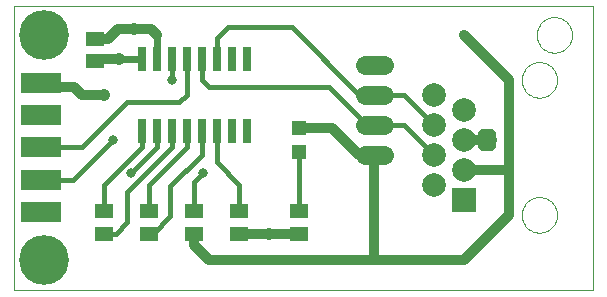
<source format=gtl>
G75*
G70*
%OFA0B0*%
%FSLAX24Y24*%
%IPPOS*%
%LPD*%
%AMOC8*
5,1,8,0,0,1.08239X$1,22.5*
%
%ADD10C,0.0000*%
%ADD11R,0.0260X0.0800*%
%ADD12R,0.0591X0.0512*%
%ADD13R,0.0472X0.0472*%
%ADD14C,0.0787*%
%ADD15R,0.0787X0.0787*%
%ADD16R,0.1378X0.0669*%
%ADD17C,0.0640*%
%ADD18C,0.0160*%
%ADD19C,0.0320*%
%ADD20C,0.0240*%
%ADD21C,0.0413*%
%ADD22C,0.0356*%
%ADD23C,0.0317*%
%ADD24C,0.1660*%
D10*
X004680Y002050D02*
X004680Y011499D01*
X023971Y011499D01*
X023971Y002050D01*
X004680Y002050D01*
X021589Y004550D02*
X021591Y004598D01*
X021597Y004646D01*
X021607Y004693D01*
X021620Y004739D01*
X021638Y004784D01*
X021658Y004828D01*
X021683Y004870D01*
X021711Y004909D01*
X021741Y004946D01*
X021775Y004980D01*
X021812Y005012D01*
X021850Y005041D01*
X021891Y005066D01*
X021934Y005088D01*
X021979Y005106D01*
X022025Y005120D01*
X022072Y005131D01*
X022120Y005138D01*
X022168Y005141D01*
X022216Y005140D01*
X022264Y005135D01*
X022312Y005126D01*
X022358Y005114D01*
X022403Y005097D01*
X022447Y005077D01*
X022489Y005054D01*
X022529Y005027D01*
X022567Y004997D01*
X022602Y004964D01*
X022634Y004928D01*
X022664Y004890D01*
X022690Y004849D01*
X022712Y004806D01*
X022732Y004762D01*
X022747Y004717D01*
X022759Y004670D01*
X022767Y004622D01*
X022771Y004574D01*
X022771Y004526D01*
X022767Y004478D01*
X022759Y004430D01*
X022747Y004383D01*
X022732Y004338D01*
X022712Y004294D01*
X022690Y004251D01*
X022664Y004210D01*
X022634Y004172D01*
X022602Y004136D01*
X022567Y004103D01*
X022529Y004073D01*
X022489Y004046D01*
X022447Y004023D01*
X022403Y004003D01*
X022358Y003986D01*
X022312Y003974D01*
X022264Y003965D01*
X022216Y003960D01*
X022168Y003959D01*
X022120Y003962D01*
X022072Y003969D01*
X022025Y003980D01*
X021979Y003994D01*
X021934Y004012D01*
X021891Y004034D01*
X021850Y004059D01*
X021812Y004088D01*
X021775Y004120D01*
X021741Y004154D01*
X021711Y004191D01*
X021683Y004230D01*
X021658Y004272D01*
X021638Y004316D01*
X021620Y004361D01*
X021607Y004407D01*
X021597Y004454D01*
X021591Y004502D01*
X021589Y004550D01*
X021589Y009050D02*
X021591Y009098D01*
X021597Y009146D01*
X021607Y009193D01*
X021620Y009239D01*
X021638Y009284D01*
X021658Y009328D01*
X021683Y009370D01*
X021711Y009409D01*
X021741Y009446D01*
X021775Y009480D01*
X021812Y009512D01*
X021850Y009541D01*
X021891Y009566D01*
X021934Y009588D01*
X021979Y009606D01*
X022025Y009620D01*
X022072Y009631D01*
X022120Y009638D01*
X022168Y009641D01*
X022216Y009640D01*
X022264Y009635D01*
X022312Y009626D01*
X022358Y009614D01*
X022403Y009597D01*
X022447Y009577D01*
X022489Y009554D01*
X022529Y009527D01*
X022567Y009497D01*
X022602Y009464D01*
X022634Y009428D01*
X022664Y009390D01*
X022690Y009349D01*
X022712Y009306D01*
X022732Y009262D01*
X022747Y009217D01*
X022759Y009170D01*
X022767Y009122D01*
X022771Y009074D01*
X022771Y009026D01*
X022767Y008978D01*
X022759Y008930D01*
X022747Y008883D01*
X022732Y008838D01*
X022712Y008794D01*
X022690Y008751D01*
X022664Y008710D01*
X022634Y008672D01*
X022602Y008636D01*
X022567Y008603D01*
X022529Y008573D01*
X022489Y008546D01*
X022447Y008523D01*
X022403Y008503D01*
X022358Y008486D01*
X022312Y008474D01*
X022264Y008465D01*
X022216Y008460D01*
X022168Y008459D01*
X022120Y008462D01*
X022072Y008469D01*
X022025Y008480D01*
X021979Y008494D01*
X021934Y008512D01*
X021891Y008534D01*
X021850Y008559D01*
X021812Y008588D01*
X021775Y008620D01*
X021741Y008654D01*
X021711Y008691D01*
X021683Y008730D01*
X021658Y008772D01*
X021638Y008816D01*
X021620Y008861D01*
X021607Y008907D01*
X021597Y008954D01*
X021591Y009002D01*
X021589Y009050D01*
X022089Y010550D02*
X022091Y010598D01*
X022097Y010646D01*
X022107Y010693D01*
X022120Y010739D01*
X022138Y010784D01*
X022158Y010828D01*
X022183Y010870D01*
X022211Y010909D01*
X022241Y010946D01*
X022275Y010980D01*
X022312Y011012D01*
X022350Y011041D01*
X022391Y011066D01*
X022434Y011088D01*
X022479Y011106D01*
X022525Y011120D01*
X022572Y011131D01*
X022620Y011138D01*
X022668Y011141D01*
X022716Y011140D01*
X022764Y011135D01*
X022812Y011126D01*
X022858Y011114D01*
X022903Y011097D01*
X022947Y011077D01*
X022989Y011054D01*
X023029Y011027D01*
X023067Y010997D01*
X023102Y010964D01*
X023134Y010928D01*
X023164Y010890D01*
X023190Y010849D01*
X023212Y010806D01*
X023232Y010762D01*
X023247Y010717D01*
X023259Y010670D01*
X023267Y010622D01*
X023271Y010574D01*
X023271Y010526D01*
X023267Y010478D01*
X023259Y010430D01*
X023247Y010383D01*
X023232Y010338D01*
X023212Y010294D01*
X023190Y010251D01*
X023164Y010210D01*
X023134Y010172D01*
X023102Y010136D01*
X023067Y010103D01*
X023029Y010073D01*
X022989Y010046D01*
X022947Y010023D01*
X022903Y010003D01*
X022858Y009986D01*
X022812Y009974D01*
X022764Y009965D01*
X022716Y009960D01*
X022668Y009959D01*
X022620Y009962D01*
X022572Y009969D01*
X022525Y009980D01*
X022479Y009994D01*
X022434Y010012D01*
X022391Y010034D01*
X022350Y010059D01*
X022312Y010088D01*
X022275Y010120D01*
X022241Y010154D01*
X022211Y010191D01*
X022183Y010230D01*
X022158Y010272D01*
X022138Y010316D01*
X022120Y010361D01*
X022107Y010407D01*
X022097Y010454D01*
X022091Y010502D01*
X022089Y010550D01*
D11*
X012430Y009760D03*
X011930Y009760D03*
X011430Y009760D03*
X010930Y009760D03*
X010430Y009760D03*
X009930Y009760D03*
X009430Y009760D03*
X008930Y009760D03*
X008930Y007340D03*
X009430Y007340D03*
X009930Y007340D03*
X010430Y007340D03*
X010930Y007340D03*
X011430Y007340D03*
X011930Y007340D03*
X012430Y007340D03*
D12*
X012180Y004674D03*
X012180Y003926D03*
X010680Y003926D03*
X010680Y004674D03*
X009180Y004674D03*
X009180Y003926D03*
X007680Y003926D03*
X007680Y004674D03*
X014180Y004674D03*
X014180Y003926D03*
X007380Y009676D03*
X007380Y010424D03*
D13*
X014180Y007463D03*
X014180Y006637D03*
D14*
X018680Y006550D03*
X019680Y007050D03*
X018680Y007550D03*
X019680Y008050D03*
X018680Y008550D03*
X019680Y006050D03*
X018680Y005550D03*
D15*
X019680Y005050D03*
D16*
X005560Y004640D03*
X005560Y005720D03*
X005560Y006800D03*
X005560Y007880D03*
X005560Y008960D03*
D17*
X016360Y008550D02*
X017000Y008550D01*
X017000Y007550D02*
X016360Y007550D01*
X016360Y006550D02*
X017000Y006550D01*
X017000Y009550D02*
X016360Y009550D01*
D18*
X015180Y008800D02*
X016430Y007550D01*
X016680Y007550D01*
X017680Y007550D01*
X018680Y006550D01*
X018680Y007550D02*
X017680Y008550D01*
X016680Y008550D01*
X016180Y008550D01*
X013930Y010800D01*
X011784Y010800D01*
X011430Y010446D01*
X011430Y009760D01*
X010930Y009760D02*
X010930Y009050D01*
X011180Y008800D01*
X015180Y008800D01*
X011430Y007340D02*
X011430Y006300D01*
X012180Y005550D01*
X012180Y004674D01*
X010680Y004674D02*
X010680Y005650D01*
X010980Y005950D01*
X010930Y006550D02*
X010930Y007340D01*
X010430Y007340D02*
X010430Y006800D01*
X009180Y005550D01*
X009180Y004674D01*
X009880Y004500D02*
X009880Y005500D01*
X010930Y006550D01*
X009930Y006800D02*
X009930Y007340D01*
X009430Y007340D02*
X009430Y006800D01*
X008580Y005950D01*
X008930Y006800D02*
X007680Y005550D01*
X007680Y004674D01*
X008056Y003926D02*
X008430Y004300D01*
X008430Y005300D01*
X009930Y006800D01*
X008930Y006800D02*
X008930Y007340D01*
X007950Y007050D02*
X006620Y005720D01*
X005560Y005720D01*
X005560Y006800D02*
X006930Y006800D01*
X008430Y008300D01*
X010180Y008300D01*
X010430Y008550D01*
X010430Y009760D01*
X009930Y009760D02*
X009930Y009050D01*
X014180Y006637D02*
X014180Y004674D01*
X009880Y004500D02*
X009306Y003926D01*
X009180Y003926D01*
X008056Y003926D02*
X007680Y003926D01*
D19*
X010680Y003926D02*
X010680Y003550D01*
X011180Y003050D01*
X016680Y003050D01*
X016680Y006550D01*
X016180Y006550D01*
X015267Y007463D01*
X014180Y007463D01*
X019680Y007050D02*
X020334Y007050D01*
X019680Y007050D01*
X019680Y007050D01*
X020303Y006850D02*
X020323Y006922D01*
X020334Y007007D01*
X020334Y007050D01*
X020334Y007093D01*
X020323Y007178D01*
X020303Y007250D01*
X020580Y007250D01*
X020580Y006850D01*
X020303Y006850D01*
X020327Y007146D02*
X020580Y007146D01*
X021180Y006050D02*
X019680Y006050D01*
X021180Y006050D02*
X021180Y009050D01*
X019680Y010550D01*
X021180Y006050D02*
X021180Y004550D01*
X019680Y003050D01*
X016680Y003050D01*
X014180Y003926D02*
X013180Y003926D01*
X012180Y003926D01*
X012206Y003900D01*
X007680Y008550D02*
X006930Y008550D01*
X006680Y008800D01*
X005460Y008800D01*
X005430Y008830D01*
X005560Y008960D01*
X007380Y009676D02*
X007454Y009750D01*
X008180Y009750D01*
X008190Y009760D01*
X007804Y010424D02*
X007380Y010424D01*
X007804Y010424D02*
X008130Y010750D01*
X008680Y010750D01*
X009230Y010750D01*
X009430Y010550D01*
D20*
X009430Y009760D01*
X008930Y009760D02*
X008190Y009760D01*
D21*
X008180Y009750D03*
X008680Y010750D03*
X007680Y008550D03*
X013180Y003926D03*
X020580Y007050D03*
D22*
X019680Y010550D03*
D23*
X010980Y005950D03*
X008580Y005950D03*
X007950Y007050D03*
X009930Y009050D03*
D24*
X005680Y010550D03*
X005680Y003050D03*
M02*

</source>
